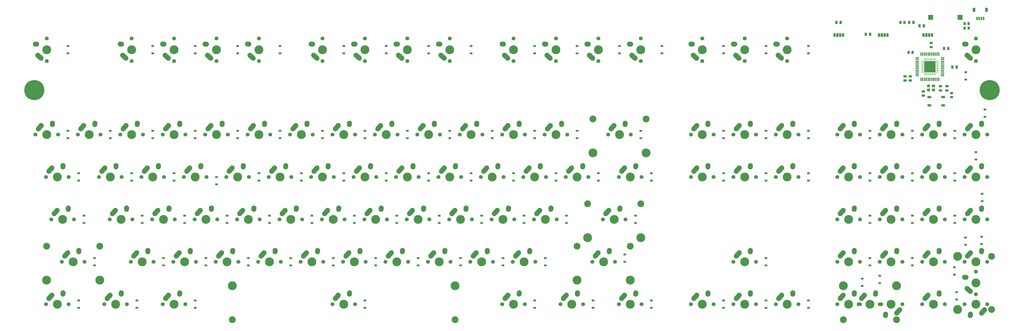
<source format=gbr>
%TF.GenerationSoftware,KiCad,Pcbnew,(6.99.0-3429-gce3fe46751)*%
%TF.CreationDate,2022-10-04T12:52:18+02:00*%
%TF.ProjectId,aek,61656b2e-6b69-4636-9164-5f7063625858,rev?*%
%TF.SameCoordinates,Original*%
%TF.FileFunction,Soldermask,Bot*%
%TF.FilePolarity,Negative*%
%FSLAX46Y46*%
G04 Gerber Fmt 4.6, Leading zero omitted, Abs format (unit mm)*
G04 Created by KiCad (PCBNEW (6.99.0-3429-gce3fe46751)) date 2022-10-04 12:52:18*
%MOMM*%
%LPD*%
G01*
G04 APERTURE LIST*
G04 Aperture macros list*
%AMRoundRect*
0 Rectangle with rounded corners*
0 $1 Rounding radius*
0 $2 $3 $4 $5 $6 $7 $8 $9 X,Y pos of 4 corners*
0 Add a 4 corners polygon primitive as box body*
4,1,4,$2,$3,$4,$5,$6,$7,$8,$9,$2,$3,0*
0 Add four circle primitives for the rounded corners*
1,1,$1+$1,$2,$3*
1,1,$1+$1,$4,$5*
1,1,$1+$1,$6,$7*
1,1,$1+$1,$8,$9*
0 Add four rect primitives between the rounded corners*
20,1,$1+$1,$2,$3,$4,$5,0*
20,1,$1+$1,$4,$5,$6,$7,0*
20,1,$1+$1,$6,$7,$8,$9,0*
20,1,$1+$1,$8,$9,$2,$3,0*%
%AMHorizOval*
0 Thick line with rounded ends*
0 $1 width*
0 $2 $3 position (X,Y) of the first rounded end (center of the circle)*
0 $4 $5 position (X,Y) of the second rounded end (center of the circle)*
0 Add line between two ends*
20,1,$1,$2,$3,$4,$5,0*
0 Add two circle primitives to create the rounded ends*
1,1,$1,$2,$3*
1,1,$1,$4,$5*%
G04 Aperture macros list end*
%ADD10O,1.070000X1.800000*%
%ADD11R,1.070000X1.800000*%
%ADD12C,9.000000*%
%ADD13C,1.750000*%
%ADD14C,3.987800*%
%ADD15HorizOval,2.250000X0.655001X0.730000X-0.655001X-0.730000X0*%
%ADD16C,2.250000*%
%ADD17HorizOval,2.250000X0.020000X0.290000X-0.020000X-0.290000X0*%
%ADD18C,3.048000*%
%ADD19HorizOval,2.250000X-0.730000X0.655001X0.730000X-0.655001X0*%
%ADD20HorizOval,2.250000X-0.290000X0.020000X0.290000X-0.020000X0*%
%ADD21HorizOval,2.250000X-0.655001X-0.730000X0.655001X0.730000X0*%
%ADD22HorizOval,2.250000X-0.020000X-0.290000X0.020000X0.290000X0*%
%ADD23R,1.200000X0.900000*%
%ADD24RoundRect,0.250000X0.250000X0.475000X-0.250000X0.475000X-0.250000X-0.475000X0.250000X-0.475000X0*%
%ADD25RoundRect,0.250000X-0.450000X0.262500X-0.450000X-0.262500X0.450000X-0.262500X0.450000X0.262500X0*%
%ADD26R,1.800000X1.100000*%
%ADD27RoundRect,0.250000X-0.475000X0.250000X-0.475000X-0.250000X0.475000X-0.250000X0.475000X0.250000X0*%
%ADD28RoundRect,0.250000X-0.250000X-0.475000X0.250000X-0.475000X0.250000X0.475000X-0.250000X0.475000X0*%
%ADD29RoundRect,0.250000X0.475000X-0.250000X0.475000X0.250000X-0.475000X0.250000X-0.475000X-0.250000X0*%
%ADD30RoundRect,0.150000X-0.150000X-0.625000X0.150000X-0.625000X0.150000X0.625000X-0.150000X0.625000X0*%
%ADD31RoundRect,0.250000X-0.350000X-0.650000X0.350000X-0.650000X0.350000X0.650000X-0.350000X0.650000X0*%
%ADD32RoundRect,0.250000X0.450000X-0.262500X0.450000X0.262500X-0.450000X0.262500X-0.450000X-0.262500X0*%
%ADD33RoundRect,0.250000X0.262500X0.450000X-0.262500X0.450000X-0.262500X-0.450000X0.262500X-0.450000X0*%
%ADD34R,1.500000X0.550000*%
%ADD35RoundRect,0.062500X0.475000X0.062500X-0.475000X0.062500X-0.475000X-0.062500X0.475000X-0.062500X0*%
%ADD36R,0.550000X1.500000*%
%ADD37RoundRect,0.062500X0.062500X0.475000X-0.062500X0.475000X-0.062500X-0.475000X0.062500X-0.475000X0*%
%ADD38R,5.200000X5.200000*%
%ADD39R,1.400000X1.200000*%
%ADD40RoundRect,0.250000X-0.262500X-0.450000X0.262500X-0.450000X0.262500X0.450000X-0.262500X0.450000X0*%
%ADD41R,2.200000X2.200000*%
G04 APERTURE END LIST*
D10*
%TO.C,LED1*%
X385538999Y-28015999D03*
X382998999Y-28015999D03*
D11*
X384268999Y-28015999D03*
D10*
X386808999Y-28015999D03*
%TD*%
%TO.C,LED2*%
X405538999Y-28015999D03*
X402998999Y-28015999D03*
D11*
X404268999Y-28015999D03*
D10*
X406808999Y-28015999D03*
%TD*%
%TO.C,LED3*%
X425538999Y-28015999D03*
X422998999Y-28015999D03*
D11*
X424268999Y-28015999D03*
D10*
X426808999Y-28015999D03*
%TD*%
D12*
%TO.C,H2*%
X452698000Y-52734000D03*
%TD*%
D13*
%TO.C,SW_0*%
X214757000Y-72707500D03*
D14*
X219837000Y-72707500D03*
D13*
X224917000Y-72707500D03*
D15*
X216682000Y-69437499D03*
D16*
X217337000Y-68707500D03*
D17*
X222356999Y-67917499D03*
D16*
X222377000Y-67627500D03*
%TD*%
D13*
%TO.C,SW_1*%
X43307000Y-72707500D03*
D14*
X48387000Y-72707500D03*
D13*
X53467000Y-72707500D03*
D15*
X45232000Y-69437499D03*
D16*
X45887000Y-68707500D03*
D17*
X50906999Y-67917499D03*
D16*
X50927000Y-67627500D03*
%TD*%
D13*
%TO.C,SW_2*%
X62357000Y-72707500D03*
D14*
X67437000Y-72707500D03*
D13*
X72517000Y-72707500D03*
D15*
X64282000Y-69437499D03*
D16*
X64937000Y-68707500D03*
D17*
X69956999Y-67917499D03*
D16*
X69977000Y-67627500D03*
%TD*%
D13*
%TO.C,SW_3*%
X81407000Y-72707500D03*
D14*
X86487000Y-72707500D03*
D13*
X91567000Y-72707500D03*
D15*
X83332000Y-69437499D03*
D16*
X83987000Y-68707500D03*
D17*
X89006999Y-67917499D03*
D16*
X89027000Y-67627500D03*
%TD*%
D13*
%TO.C,SW_6*%
X138557000Y-72707500D03*
D14*
X143637000Y-72707500D03*
D13*
X148717000Y-72707500D03*
D15*
X140482000Y-69437499D03*
D16*
X141137000Y-68707500D03*
D17*
X146156999Y-67917499D03*
D16*
X146177000Y-67627500D03*
%TD*%
D13*
%TO.C,SW_7*%
X157607000Y-72707500D03*
D14*
X162687000Y-72707500D03*
D13*
X167767000Y-72707500D03*
D15*
X159532000Y-69437499D03*
D16*
X160187000Y-68707500D03*
D17*
X165206999Y-67917499D03*
D16*
X165227000Y-67627500D03*
%TD*%
D13*
%TO.C,SW_8*%
X176657000Y-72707500D03*
D14*
X181737000Y-72707500D03*
D13*
X186817000Y-72707500D03*
D15*
X178582000Y-69437499D03*
D16*
X179237000Y-68707500D03*
D17*
X184256999Y-67917499D03*
D16*
X184277000Y-67627500D03*
%TD*%
D13*
%TO.C,SW_9*%
X195707000Y-72707500D03*
D14*
X200787000Y-72707500D03*
D13*
X205867000Y-72707500D03*
D15*
X197632000Y-69437499D03*
D16*
X198287000Y-68707500D03*
D17*
X203306999Y-67917499D03*
D16*
X203327000Y-67627500D03*
%TD*%
D13*
%TO.C,SW_A1*%
X57594500Y-110807500D03*
D14*
X62674500Y-110807500D03*
D13*
X67754500Y-110807500D03*
D15*
X59519500Y-107537499D03*
D16*
X60174500Y-106807500D03*
D17*
X65194499Y-106017499D03*
D16*
X65214500Y-105727500D03*
%TD*%
D13*
%TO.C,SW_APOS1*%
X248094500Y-110807500D03*
D14*
X253174500Y-110807500D03*
D13*
X258254500Y-110807500D03*
D15*
X250019500Y-107537499D03*
D16*
X250674500Y-106807500D03*
D17*
X255694499Y-106017499D03*
D16*
X255714500Y-105727500D03*
%TD*%
D13*
%TO.C,SW_B1*%
X143319500Y-129857500D03*
D14*
X148399500Y-129857500D03*
D13*
X153479500Y-129857500D03*
D15*
X145244500Y-126587499D03*
D16*
X145899500Y-125857500D03*
D17*
X150919499Y-125067499D03*
D16*
X150939500Y-124777500D03*
%TD*%
D18*
%TO.C,SW_BACKSP1*%
X274574000Y-65722500D03*
D14*
X274574000Y-80962500D03*
D13*
X281432000Y-72707500D03*
D14*
X286512000Y-72707500D03*
D13*
X291592000Y-72707500D03*
D18*
X298450000Y-65722500D03*
D14*
X298450000Y-80962500D03*
D15*
X283357000Y-69437499D03*
D16*
X284012000Y-68707500D03*
D17*
X289031999Y-67917499D03*
D16*
X289052000Y-67627500D03*
%TD*%
D13*
%TO.C,SW_BKSLS1*%
X286194500Y-91757500D03*
D14*
X291274500Y-91757500D03*
D13*
X296354500Y-91757500D03*
D15*
X288119500Y-88487499D03*
D16*
X288774500Y-87757500D03*
D17*
X293794499Y-86967499D03*
D16*
X293814500Y-86677500D03*
%TD*%
D13*
%TO.C,SW_C1*%
X105219500Y-129857500D03*
D14*
X110299500Y-129857500D03*
D13*
X115379500Y-129857500D03*
D15*
X107144500Y-126587499D03*
D16*
X107799500Y-125857500D03*
D17*
X112819499Y-125067499D03*
D16*
X112839500Y-124777500D03*
%TD*%
D13*
%TO.C,SW_CAP1*%
X31400750Y-110807500D03*
D14*
X36480750Y-110807500D03*
D13*
X41560750Y-110807500D03*
D15*
X33325750Y-107537499D03*
D16*
X33980750Y-106807500D03*
D17*
X39000749Y-106017499D03*
D16*
X39020750Y-105727500D03*
%TD*%
D13*
%TO.C,SW_COLON1*%
X229044500Y-110807500D03*
D14*
X234124500Y-110807500D03*
D13*
X239204500Y-110807500D03*
D15*
X230969500Y-107537499D03*
D16*
X231624500Y-106807500D03*
D17*
X236644499Y-106017499D03*
D16*
X236664500Y-105727500D03*
%TD*%
D13*
%TO.C,SW_COMMA1*%
X200469500Y-129857500D03*
D14*
X205549500Y-129857500D03*
D13*
X210629500Y-129857500D03*
D15*
X202394500Y-126587499D03*
D16*
X203049500Y-125857500D03*
D17*
X208069499Y-125067499D03*
D16*
X208089500Y-124777500D03*
%TD*%
D13*
%TO.C,SW_D1*%
X95694500Y-110807500D03*
D14*
X100774500Y-110807500D03*
D13*
X105854500Y-110807500D03*
D15*
X97619500Y-107537499D03*
D16*
X98274500Y-106807500D03*
D17*
X103294499Y-106017499D03*
D16*
X103314500Y-105727500D03*
%TD*%
D13*
%TO.C,SW_DEL1*%
X318579500Y-91757500D03*
D14*
X323659500Y-91757500D03*
D13*
X328739500Y-91757500D03*
D15*
X320504500Y-88487499D03*
D16*
X321159500Y-87757500D03*
D17*
X326179499Y-86967499D03*
D16*
X326199500Y-86677500D03*
%TD*%
D13*
%TO.C,SW_DOWN1*%
X337629500Y-148907500D03*
D14*
X342709500Y-148907500D03*
D13*
X347789500Y-148907500D03*
D15*
X339554500Y-145637499D03*
D16*
X340209500Y-144907500D03*
D17*
X345229499Y-144117499D03*
D16*
X345249500Y-143827500D03*
%TD*%
D13*
%TO.C,SW_E1*%
X90932000Y-91757500D03*
D14*
X96012000Y-91757500D03*
D13*
X101092000Y-91757500D03*
D15*
X92857000Y-88487499D03*
D16*
X93512000Y-87757500D03*
D17*
X98531999Y-86967499D03*
D16*
X98552000Y-86677500D03*
%TD*%
D13*
%TO.C,SW_END1*%
X337629500Y-91757500D03*
D14*
X342709500Y-91757500D03*
D13*
X347789500Y-91757500D03*
D15*
X339554500Y-88487499D03*
D16*
X340209500Y-87757500D03*
D17*
X345229499Y-86967499D03*
D16*
X345249500Y-86677500D03*
%TD*%
D18*
%TO.C,SW_ENTER1*%
X272192750Y-103822500D03*
D14*
X272192750Y-119062500D03*
D13*
X279050750Y-110807500D03*
D14*
X284130750Y-110807500D03*
D13*
X289210750Y-110807500D03*
D18*
X296068750Y-103822500D03*
D14*
X296068750Y-119062500D03*
D15*
X280975750Y-107537499D03*
D16*
X281630750Y-106807500D03*
D17*
X286650749Y-106017499D03*
D16*
X286670750Y-105727500D03*
%TD*%
D13*
%TO.C,SW_EQ1*%
X252857000Y-72707500D03*
D14*
X257937000Y-72707500D03*
D13*
X263017000Y-72707500D03*
D15*
X254782000Y-69437499D03*
D16*
X255437000Y-68707500D03*
D17*
X260456999Y-67917499D03*
D16*
X260477000Y-67627500D03*
%TD*%
D13*
%TO.C,SW_ESC1*%
X29337000Y-39687500D03*
D14*
X29337000Y-34607500D03*
D13*
X29337000Y-29527500D03*
D19*
X26066999Y-37762498D03*
D16*
X25337000Y-37107500D03*
D20*
X24546999Y-32087499D03*
D16*
X24257000Y-32067500D03*
%TD*%
D13*
%TO.C,SW_F1*%
X67437000Y-39687500D03*
D14*
X67437000Y-34607500D03*
D13*
X67437000Y-29527500D03*
D19*
X64166999Y-37762498D03*
D16*
X63437000Y-37107500D03*
D20*
X62646999Y-32087499D03*
D16*
X62357000Y-32067500D03*
%TD*%
D13*
%TO.C,SW_F2*%
X86487000Y-39687500D03*
D14*
X86487000Y-34607500D03*
D13*
X86487000Y-29527500D03*
D19*
X83216999Y-37762498D03*
D16*
X82487000Y-37107500D03*
D20*
X81696999Y-32087499D03*
D16*
X81407000Y-32067500D03*
%TD*%
D13*
%TO.C,SW_F3*%
X105537000Y-39687500D03*
D14*
X105537000Y-34607500D03*
D13*
X105537000Y-29527500D03*
D19*
X102266999Y-37762498D03*
D16*
X101537000Y-37107500D03*
D20*
X100746999Y-32087499D03*
D16*
X100457000Y-32067500D03*
%TD*%
D13*
%TO.C,SW_F4*%
X124587000Y-39687500D03*
D14*
X124587000Y-34607500D03*
D13*
X124587000Y-29527500D03*
D19*
X121316999Y-37762498D03*
D16*
X120587000Y-37107500D03*
D20*
X119796999Y-32087499D03*
D16*
X119507000Y-32067500D03*
%TD*%
D13*
%TO.C,SW_F5*%
X153162000Y-39687500D03*
D14*
X153162000Y-34607500D03*
D13*
X153162000Y-29527500D03*
D19*
X149891999Y-37762498D03*
D16*
X149162000Y-37107500D03*
D20*
X148371999Y-32087499D03*
D16*
X148082000Y-32067500D03*
%TD*%
D13*
%TO.C,SW_F6*%
X172212000Y-39687500D03*
D14*
X172212000Y-34607500D03*
D13*
X172212000Y-29527500D03*
D19*
X168941999Y-37762498D03*
D16*
X168212000Y-37107500D03*
D20*
X167421999Y-32087499D03*
D16*
X167132000Y-32067500D03*
%TD*%
D13*
%TO.C,SW_F7*%
X191262000Y-39687500D03*
D14*
X191262000Y-34607500D03*
D13*
X191262000Y-29527500D03*
D19*
X187991999Y-37762498D03*
D16*
X187262000Y-37107500D03*
D20*
X186471999Y-32087499D03*
D16*
X186182000Y-32067500D03*
%TD*%
D13*
%TO.C,SW_F8*%
X210312000Y-39687500D03*
D14*
X210312000Y-34607500D03*
D13*
X210312000Y-29527500D03*
D19*
X207041999Y-37762498D03*
D16*
X206312000Y-37107500D03*
D20*
X205521999Y-32087499D03*
D16*
X205232000Y-32067500D03*
%TD*%
D13*
%TO.C,SW_F9*%
X238887000Y-39687500D03*
D14*
X238887000Y-34607500D03*
D13*
X238887000Y-29527500D03*
D19*
X235616999Y-37762498D03*
D16*
X234887000Y-37107500D03*
D20*
X234096999Y-32087499D03*
D16*
X233807000Y-32067500D03*
%TD*%
D13*
%TO.C,SW_F10*%
X257937000Y-39687500D03*
D14*
X257937000Y-34607500D03*
D13*
X257937000Y-29527500D03*
D19*
X254666999Y-37762498D03*
D16*
X253937000Y-37107500D03*
D20*
X253146999Y-32087499D03*
D16*
X252857000Y-32067500D03*
%TD*%
D13*
%TO.C,SW_F11*%
X276987000Y-39687500D03*
D14*
X276987000Y-34607500D03*
D13*
X276987000Y-29527500D03*
D19*
X273716999Y-37762498D03*
D16*
X272987000Y-37107500D03*
D20*
X272196999Y-32087499D03*
D16*
X271907000Y-32067500D03*
%TD*%
D13*
%TO.C,SW_F12*%
X296037000Y-39687500D03*
D14*
X296037000Y-34607500D03*
D13*
X296037000Y-29527500D03*
D19*
X292766999Y-37762498D03*
D16*
X292037000Y-37107500D03*
D20*
X291246999Y-32087499D03*
D16*
X290957000Y-32067500D03*
%TD*%
D13*
%TO.C,SW_F13*%
X114744500Y-110807500D03*
D14*
X119824500Y-110807500D03*
D13*
X124904500Y-110807500D03*
D15*
X116669500Y-107537499D03*
D16*
X117324500Y-106807500D03*
D17*
X122344499Y-106017499D03*
D16*
X122364500Y-105727500D03*
%TD*%
D13*
%TO.C,SW_G1*%
X133794500Y-110807500D03*
D14*
X138874500Y-110807500D03*
D13*
X143954500Y-110807500D03*
D15*
X135719500Y-107537499D03*
D16*
X136374500Y-106807500D03*
D17*
X141394499Y-106017499D03*
D16*
X141414500Y-105727500D03*
%TD*%
D13*
%TO.C,SW_H1*%
X152844500Y-110807500D03*
D14*
X157924500Y-110807500D03*
D13*
X163004500Y-110807500D03*
D15*
X154769500Y-107537499D03*
D16*
X155424500Y-106807500D03*
D17*
X160444499Y-106017499D03*
D16*
X160464500Y-105727500D03*
%TD*%
D13*
%TO.C,SW_HOME1*%
X337629500Y-72707500D03*
D14*
X342709500Y-72707500D03*
D13*
X347789500Y-72707500D03*
D15*
X339554500Y-69437499D03*
D16*
X340209500Y-68707500D03*
D17*
X345229499Y-67917499D03*
D16*
X345249500Y-67627500D03*
%TD*%
D13*
%TO.C,SW_I1*%
X186182000Y-91757500D03*
D14*
X191262000Y-91757500D03*
D13*
X196342000Y-91757500D03*
D15*
X188107000Y-88487499D03*
D16*
X188762000Y-87757500D03*
D17*
X193781999Y-86967499D03*
D16*
X193802000Y-86677500D03*
%TD*%
D13*
%TO.C,SW_INS1*%
X318579500Y-72707500D03*
D14*
X323659500Y-72707500D03*
D13*
X328739500Y-72707500D03*
D15*
X320504500Y-69437499D03*
D16*
X321159500Y-68707500D03*
D17*
X326179499Y-67917499D03*
D16*
X326199500Y-67627500D03*
%TD*%
D13*
%TO.C,SW_J1*%
X171894500Y-110807500D03*
D14*
X176974500Y-110807500D03*
D13*
X182054500Y-110807500D03*
D15*
X173819500Y-107537499D03*
D16*
X174474500Y-106807500D03*
D17*
X179494499Y-106017499D03*
D16*
X179514500Y-105727500D03*
%TD*%
D13*
%TO.C,SW_K1*%
X190944500Y-110807500D03*
D14*
X196024500Y-110807500D03*
D13*
X201104500Y-110807500D03*
D15*
X192869500Y-107537499D03*
D16*
X193524500Y-106807500D03*
D17*
X198544499Y-106017499D03*
D16*
X198564500Y-105727500D03*
%TD*%
D14*
%TO.C,SW_KP0*%
X386969000Y-140652500D03*
D18*
X386969000Y-155892500D03*
D13*
X393827000Y-148907500D03*
D14*
X398907000Y-148907500D03*
D13*
X403987000Y-148907500D03*
D14*
X410845000Y-140652500D03*
D18*
X410845000Y-155892500D03*
D15*
X395752000Y-145637499D03*
D16*
X396407000Y-144907500D03*
D17*
X401426999Y-144117499D03*
D16*
X401447000Y-143827500D03*
%TD*%
D13*
%TO.C,SW_KP1*%
X384302000Y-129857500D03*
D14*
X389382000Y-129857500D03*
D13*
X394462000Y-129857500D03*
D15*
X386227000Y-126587499D03*
D16*
X386882000Y-125857500D03*
D17*
X391901999Y-125067499D03*
D16*
X391922000Y-124777500D03*
%TD*%
D13*
%TO.C,SW_KP2*%
X403352000Y-129857500D03*
D14*
X408432000Y-129857500D03*
D13*
X413512000Y-129857500D03*
D15*
X405277000Y-126587499D03*
D16*
X405932000Y-125857500D03*
D17*
X410951999Y-125067499D03*
D16*
X410972000Y-124777500D03*
%TD*%
D13*
%TO.C,SW_KP3*%
X422402000Y-129857500D03*
D14*
X427482000Y-129857500D03*
D13*
X432562000Y-129857500D03*
D15*
X424327000Y-126587499D03*
D16*
X424982000Y-125857500D03*
D17*
X430001999Y-125067499D03*
D16*
X430022000Y-124777500D03*
%TD*%
D13*
%TO.C,SW_KP4*%
X384302000Y-110807500D03*
D14*
X389382000Y-110807500D03*
D13*
X394462000Y-110807500D03*
D15*
X386227000Y-107537499D03*
D16*
X386882000Y-106807500D03*
D17*
X391901999Y-106017499D03*
D16*
X391922000Y-105727500D03*
%TD*%
D13*
%TO.C,SW_KP5*%
X403352000Y-110807500D03*
D14*
X408432000Y-110807500D03*
D13*
X413512000Y-110807500D03*
D15*
X405277000Y-107537499D03*
D16*
X405932000Y-106807500D03*
D17*
X410951999Y-106017499D03*
D16*
X410972000Y-105727500D03*
%TD*%
D13*
%TO.C,SW_KP6*%
X422402000Y-110807500D03*
D14*
X427482000Y-110807500D03*
D13*
X432562000Y-110807500D03*
D15*
X424327000Y-107537499D03*
D16*
X424982000Y-106807500D03*
D17*
X430001999Y-106017499D03*
D16*
X430022000Y-105727500D03*
%TD*%
D13*
%TO.C,SW_KP7*%
X384302000Y-91757500D03*
D14*
X389382000Y-91757500D03*
D13*
X394462000Y-91757500D03*
D15*
X386227000Y-88487499D03*
D16*
X386882000Y-87757500D03*
D17*
X391901999Y-86967499D03*
D16*
X391922000Y-86677500D03*
%TD*%
D13*
%TO.C,SW_KP8*%
X403352000Y-91757500D03*
D14*
X408432000Y-91757500D03*
D13*
X413512000Y-91757500D03*
D15*
X405277000Y-88487499D03*
D16*
X405932000Y-87757500D03*
D17*
X410951999Y-86967499D03*
D16*
X410972000Y-86677500D03*
%TD*%
D13*
%TO.C,SW_KP9*%
X422402000Y-91757500D03*
D14*
X427482000Y-91757500D03*
D13*
X432562000Y-91757500D03*
D15*
X424327000Y-88487499D03*
D16*
X424982000Y-87757500D03*
D17*
X430001999Y-86967499D03*
D16*
X430022000Y-86677500D03*
%TD*%
D13*
%TO.C,SW_KPASTR1*%
X441452000Y-72707500D03*
D14*
X446532000Y-72707500D03*
D13*
X451612000Y-72707500D03*
D15*
X443377000Y-69437499D03*
D16*
X444032000Y-68707500D03*
D17*
X449051999Y-67917499D03*
D16*
X449072000Y-67627500D03*
%TD*%
D14*
%TO.C,SW_KPENTER1*%
X438277000Y-151320500D03*
D18*
X453517000Y-151320500D03*
D13*
X446532000Y-144462500D03*
D14*
X446532000Y-139382500D03*
D13*
X446532000Y-134302500D03*
D14*
X438277000Y-127444500D03*
D18*
X453517000Y-127444500D03*
D19*
X443261999Y-142537498D03*
D16*
X442532000Y-141882500D03*
D20*
X441741999Y-136862499D03*
D16*
X441452000Y-136842500D03*
%TD*%
D13*
%TO.C,SW_KPEQ1*%
X403352000Y-72707500D03*
D14*
X408432000Y-72707500D03*
D13*
X413512000Y-72707500D03*
D15*
X405277000Y-69437499D03*
D16*
X405932000Y-68707500D03*
D17*
X410951999Y-67917499D03*
D16*
X410972000Y-67627500D03*
%TD*%
D13*
%TO.C,SW_KPMINUS1*%
X441452000Y-91757500D03*
D14*
X446532000Y-91757500D03*
D13*
X451612000Y-91757500D03*
D15*
X443377000Y-88487499D03*
D16*
X444032000Y-87757500D03*
D17*
X449051999Y-86967499D03*
D16*
X449072000Y-86677500D03*
%TD*%
D13*
%TO.C,SW_KPPER1*%
X422402000Y-148907500D03*
D14*
X427482000Y-148907500D03*
D13*
X432562000Y-148907500D03*
D15*
X424327000Y-145637499D03*
D16*
X424982000Y-144907500D03*
D17*
X430001999Y-144117499D03*
D16*
X430022000Y-143827500D03*
%TD*%
D13*
%TO.C,SW_KPPLUS1*%
X441452000Y-110807500D03*
D14*
X446532000Y-110807500D03*
D13*
X451612000Y-110807500D03*
D15*
X443377000Y-107537499D03*
D16*
X444032000Y-106807500D03*
D17*
X449051999Y-106017499D03*
D16*
X449072000Y-105727500D03*
%TD*%
D13*
%TO.C,SW_L1*%
X209994500Y-110807500D03*
D14*
X215074500Y-110807500D03*
D13*
X220154500Y-110807500D03*
D15*
X211919500Y-107537499D03*
D16*
X212574500Y-106807500D03*
D17*
X217594499Y-106017499D03*
D16*
X217614500Y-105727500D03*
%TD*%
D13*
%TO.C,SW_LALT1*%
X81407000Y-148907500D03*
D14*
X86487000Y-148907500D03*
D13*
X91567000Y-148907500D03*
D15*
X83332000Y-145637499D03*
D16*
X83987000Y-144907500D03*
D17*
X89006999Y-144117499D03*
D16*
X89027000Y-143827500D03*
%TD*%
D13*
%TO.C,SW_LBRAC1*%
X243332000Y-91757500D03*
D14*
X248412000Y-91757500D03*
D13*
X253492000Y-91757500D03*
D15*
X245257000Y-88487499D03*
D16*
X245912000Y-87757500D03*
D17*
X250931999Y-86967499D03*
D16*
X250952000Y-86677500D03*
%TD*%
D13*
%TO.C,SW_LCTR1*%
X29019500Y-148907500D03*
D14*
X34099500Y-148907500D03*
D13*
X39179500Y-148907500D03*
D15*
X30944500Y-145637499D03*
D16*
X31599500Y-144907500D03*
D17*
X36619499Y-144117499D03*
D16*
X36639500Y-143827500D03*
%TD*%
D13*
%TO.C,SW_LEFT1*%
X318579500Y-148907500D03*
D14*
X323659500Y-148907500D03*
D13*
X328739500Y-148907500D03*
D15*
X320504500Y-145637499D03*
D16*
X321159500Y-144907500D03*
D17*
X326179499Y-144117499D03*
D16*
X326199500Y-143827500D03*
%TD*%
D13*
%TO.C,SW_LMOD1*%
X55213250Y-148907500D03*
D14*
X60293250Y-148907500D03*
D13*
X65373250Y-148907500D03*
D15*
X57138250Y-145637499D03*
D16*
X57793250Y-144907500D03*
D17*
X62813249Y-144117499D03*
D16*
X62833250Y-143827500D03*
%TD*%
D18*
%TO.C,SW_LSH1*%
X29305250Y-122872500D03*
D14*
X29305250Y-138112500D03*
D13*
X36163250Y-129857500D03*
D14*
X41243250Y-129857500D03*
D13*
X46323250Y-129857500D03*
D18*
X53181250Y-122872500D03*
D14*
X53181250Y-138112500D03*
D15*
X38088250Y-126587499D03*
D16*
X38743250Y-125857500D03*
D17*
X43763249Y-125067499D03*
D16*
X43783250Y-124777500D03*
%TD*%
D13*
%TO.C,SW_M1*%
X181419500Y-129857500D03*
D14*
X186499500Y-129857500D03*
D13*
X191579500Y-129857500D03*
D15*
X183344500Y-126587499D03*
D16*
X183999500Y-125857500D03*
D17*
X189019499Y-125067499D03*
D16*
X189039500Y-124777500D03*
%TD*%
D13*
%TO.C,SW_MINUS1*%
X233807000Y-72707500D03*
D14*
X238887000Y-72707500D03*
D13*
X243967000Y-72707500D03*
D15*
X235732000Y-69437499D03*
D16*
X236387000Y-68707500D03*
D17*
X241406999Y-67917499D03*
D16*
X241427000Y-67627500D03*
%TD*%
D13*
%TO.C,SW_N1*%
X162369500Y-129857500D03*
D14*
X167449500Y-129857500D03*
D13*
X172529500Y-129857500D03*
D15*
X164294500Y-126587499D03*
D16*
X164949500Y-125857500D03*
D17*
X169969499Y-125067499D03*
D16*
X169989500Y-124777500D03*
%TD*%
D13*
%TO.C,SW_O1*%
X205232000Y-91757500D03*
D14*
X210312000Y-91757500D03*
D13*
X215392000Y-91757500D03*
D15*
X207157000Y-88487499D03*
D16*
X207812000Y-87757500D03*
D17*
X212831999Y-86967499D03*
D16*
X212852000Y-86677500D03*
%TD*%
D13*
%TO.C,SW_P1*%
X224282000Y-91757500D03*
D14*
X229362000Y-91757500D03*
D13*
X234442000Y-91757500D03*
D15*
X226207000Y-88487499D03*
D16*
X226862000Y-87757500D03*
D17*
X231881999Y-86967499D03*
D16*
X231902000Y-86677500D03*
%TD*%
D13*
%TO.C,SW_PAUSE1*%
X361759500Y-39687500D03*
D14*
X361759500Y-34607500D03*
D13*
X361759500Y-29527500D03*
D19*
X358489499Y-37762498D03*
D16*
X357759500Y-37107500D03*
D20*
X356969499Y-32087499D03*
D16*
X356679500Y-32067500D03*
%TD*%
D13*
%TO.C,SW_PERIOD1*%
X219519500Y-129857500D03*
D14*
X224599500Y-129857500D03*
D13*
X229679500Y-129857500D03*
D15*
X221444500Y-126587499D03*
D16*
X222099500Y-125857500D03*
D17*
X227119499Y-125067499D03*
D16*
X227139500Y-124777500D03*
%TD*%
D13*
%TO.C,SW_PGDN1*%
X356679500Y-91757500D03*
D14*
X361759500Y-91757500D03*
D13*
X366839500Y-91757500D03*
D15*
X358604500Y-88487499D03*
D16*
X359259500Y-87757500D03*
D17*
X364279499Y-86967499D03*
D16*
X364299500Y-86677500D03*
%TD*%
D13*
%TO.C,SW_PGUP1*%
X356679500Y-72707500D03*
D14*
X361759500Y-72707500D03*
D13*
X366839500Y-72707500D03*
D15*
X358604500Y-69437499D03*
D16*
X359259500Y-68707500D03*
D17*
X364279499Y-67917499D03*
D16*
X364299500Y-67627500D03*
%TD*%
D13*
%TO.C,SW_POW1*%
X446532000Y-39687500D03*
D14*
X446532000Y-34607500D03*
D13*
X446532000Y-29527500D03*
D19*
X443261999Y-37762498D03*
D16*
X442532000Y-37107500D03*
D20*
X441741999Y-32087499D03*
D16*
X441452000Y-32067500D03*
%TD*%
D13*
%TO.C,SW_PRSC1*%
X323659500Y-39687500D03*
D14*
X323659500Y-34607500D03*
D13*
X323659500Y-29527500D03*
D19*
X320389499Y-37762498D03*
D16*
X319659500Y-37107500D03*
D20*
X318869499Y-32087499D03*
D16*
X318579500Y-32067500D03*
%TD*%
D13*
%TO.C,SW_Q1*%
X52832000Y-91757500D03*
D14*
X57912000Y-91757500D03*
D13*
X62992000Y-91757500D03*
D15*
X54757000Y-88487499D03*
D16*
X55412000Y-87757500D03*
D17*
X60431999Y-86967499D03*
D16*
X60452000Y-86677500D03*
%TD*%
D13*
%TO.C,SW_R1*%
X109982000Y-91757500D03*
D14*
X115062000Y-91757500D03*
D13*
X120142000Y-91757500D03*
D15*
X111907000Y-88487499D03*
D16*
X112562000Y-87757500D03*
D17*
X117581999Y-86967499D03*
D16*
X117602000Y-86677500D03*
%TD*%
D13*
%TO.C,SW_RALT1*%
X233807000Y-148907500D03*
D14*
X238887000Y-148907500D03*
D13*
X243967000Y-148907500D03*
D15*
X235732000Y-145637499D03*
D16*
X236387000Y-144907500D03*
D17*
X241406999Y-144117499D03*
D16*
X241427000Y-143827500D03*
%TD*%
D13*
%TO.C,SW_RBRAC1*%
X262382000Y-91757500D03*
D14*
X267462000Y-91757500D03*
D13*
X272542000Y-91757500D03*
D15*
X264307000Y-88487499D03*
D16*
X264962000Y-87757500D03*
D17*
X269981999Y-86967499D03*
D16*
X270002000Y-86677500D03*
%TD*%
D13*
%TO.C,SW_RCTR1*%
X286194500Y-148907500D03*
D14*
X291274500Y-148907500D03*
D13*
X296354500Y-148907500D03*
D15*
X288119500Y-145637499D03*
D16*
X288774500Y-144907500D03*
D17*
X293794499Y-144117499D03*
D16*
X293814500Y-143827500D03*
%TD*%
D13*
%TO.C,SW_RIGHT1*%
X356679500Y-148907500D03*
D14*
X361759500Y-148907500D03*
D13*
X366839500Y-148907500D03*
D15*
X358604500Y-145637499D03*
D16*
X359259500Y-144907500D03*
D17*
X364279499Y-144117499D03*
D16*
X364299500Y-143827500D03*
%TD*%
D13*
%TO.C,SW_RMOD1*%
X260000750Y-148907500D03*
D14*
X265080750Y-148907500D03*
D13*
X270160750Y-148907500D03*
D15*
X261925750Y-145637499D03*
D16*
X262580750Y-144907500D03*
D17*
X267600749Y-144117499D03*
D16*
X267620750Y-143827500D03*
%TD*%
D18*
%TO.C,SW_RSH1*%
X267430250Y-122872500D03*
D14*
X267430250Y-138112500D03*
D13*
X274288250Y-129857500D03*
D14*
X279368250Y-129857500D03*
D13*
X284448250Y-129857500D03*
D18*
X291306250Y-122872500D03*
D14*
X291306250Y-138112500D03*
D15*
X276213250Y-126587499D03*
D16*
X276868250Y-125857500D03*
D17*
X281888249Y-125067499D03*
D16*
X281908250Y-124777500D03*
%TD*%
D13*
%TO.C,SW_S1*%
X76644500Y-110807500D03*
D14*
X81724500Y-110807500D03*
D13*
X86804500Y-110807500D03*
D15*
X78569500Y-107537499D03*
D16*
X79224500Y-106807500D03*
D17*
X84244499Y-106017499D03*
D16*
X84264500Y-105727500D03*
%TD*%
D13*
%TO.C,SW_SCLK1*%
X342709500Y-39687500D03*
D14*
X342709500Y-34607500D03*
D13*
X342709500Y-29527500D03*
D19*
X339439499Y-37762498D03*
D16*
X338709500Y-37107500D03*
D20*
X337919499Y-32087499D03*
D16*
X337629500Y-32067500D03*
%TD*%
D13*
%TO.C,SW_SLASH1*%
X238569500Y-129857500D03*
D14*
X243649500Y-129857500D03*
D13*
X248729500Y-129857500D03*
D15*
X240494500Y-126587499D03*
D16*
X241149500Y-125857500D03*
D17*
X246169499Y-125067499D03*
D16*
X246189500Y-124777500D03*
%TD*%
D14*
%TO.C,SW_SPACE1*%
X112687100Y-140652500D03*
D18*
X112687100Y-155892500D03*
D13*
X157607000Y-148907500D03*
D14*
X162687000Y-148907500D03*
D13*
X167767000Y-148907500D03*
D14*
X212686900Y-140652500D03*
D18*
X212686900Y-155892500D03*
D15*
X159532000Y-145637499D03*
D16*
X160187000Y-144907500D03*
D17*
X165206999Y-144117499D03*
D16*
X165227000Y-143827500D03*
%TD*%
D13*
%TO.C,SW_T1*%
X129032000Y-91757500D03*
D14*
X134112000Y-91757500D03*
D13*
X139192000Y-91757500D03*
D15*
X130957000Y-88487499D03*
D16*
X131612000Y-87757500D03*
D17*
X136631999Y-86967499D03*
D16*
X136652000Y-86677500D03*
%TD*%
D13*
%TO.C,SW_TAB1*%
X29019500Y-91757500D03*
D14*
X34099500Y-91757500D03*
D13*
X39179500Y-91757500D03*
D15*
X30944500Y-88487499D03*
D16*
X31599500Y-87757500D03*
D17*
X36619499Y-86967499D03*
D16*
X36639500Y-86677500D03*
%TD*%
D13*
%TO.C,SW_TICK1*%
X24257000Y-72707500D03*
D14*
X29337000Y-72707500D03*
D13*
X34417000Y-72707500D03*
D15*
X26182000Y-69437499D03*
D16*
X26837000Y-68707500D03*
D17*
X31856999Y-67917499D03*
D16*
X31877000Y-67627500D03*
%TD*%
D13*
%TO.C,SW_U1*%
X167132000Y-91757500D03*
D14*
X172212000Y-91757500D03*
D13*
X177292000Y-91757500D03*
D15*
X169057000Y-88487499D03*
D16*
X169712000Y-87757500D03*
D17*
X174731999Y-86967499D03*
D16*
X174752000Y-86677500D03*
%TD*%
D13*
%TO.C,SW_UP1*%
X337629500Y-129857500D03*
D14*
X342709500Y-129857500D03*
D13*
X347789500Y-129857500D03*
D15*
X339554500Y-126587499D03*
D16*
X340209500Y-125857500D03*
D17*
X345229499Y-125067499D03*
D16*
X345249500Y-124777500D03*
%TD*%
D13*
%TO.C,SW_V1*%
X124269500Y-129857500D03*
D14*
X129349500Y-129857500D03*
D13*
X134429500Y-129857500D03*
D15*
X126194500Y-126587499D03*
D16*
X126849500Y-125857500D03*
D17*
X131869499Y-125067499D03*
D16*
X131889500Y-124777500D03*
%TD*%
D13*
%TO.C,SW_W1*%
X71882000Y-91757500D03*
D14*
X76962000Y-91757500D03*
D13*
X82042000Y-91757500D03*
D15*
X73807000Y-88487499D03*
D16*
X74462000Y-87757500D03*
D17*
X79481999Y-86967499D03*
D16*
X79502000Y-86677500D03*
%TD*%
D13*
%TO.C,SW_X1*%
X86169500Y-129857500D03*
D14*
X91249500Y-129857500D03*
D13*
X96329500Y-129857500D03*
D15*
X88094500Y-126587499D03*
D16*
X88749500Y-125857500D03*
D17*
X93769499Y-125067499D03*
D16*
X93789500Y-124777500D03*
%TD*%
D13*
%TO.C,SW_Y1*%
X148082000Y-91757500D03*
D14*
X153162000Y-91757500D03*
D13*
X158242000Y-91757500D03*
D15*
X150007000Y-88487499D03*
D16*
X150662000Y-87757500D03*
D17*
X155681999Y-86967499D03*
D16*
X155702000Y-86677500D03*
%TD*%
D13*
%TO.C,SW_Z1*%
X67119500Y-129857500D03*
D14*
X72199500Y-129857500D03*
D13*
X77279500Y-129857500D03*
D15*
X69044500Y-126587499D03*
D16*
X69699500Y-125857500D03*
D17*
X74719499Y-125067499D03*
D16*
X74739500Y-124777500D03*
%TD*%
D12*
%TO.C,H1*%
X23800000Y-52734000D03*
%TD*%
D13*
%TO.C,SW_4*%
X100457000Y-72707500D03*
D14*
X105537000Y-72707500D03*
D13*
X110617000Y-72707500D03*
D15*
X102382000Y-69437499D03*
D16*
X103037000Y-68707500D03*
D17*
X108056999Y-67917499D03*
D16*
X108077000Y-67627500D03*
%TD*%
D13*
%TO.C,SW_5*%
X119507000Y-72707500D03*
D14*
X124587000Y-72707500D03*
D13*
X129667000Y-72707500D03*
D15*
X121432000Y-69437499D03*
D16*
X122087000Y-68707500D03*
D17*
X127106999Y-67917499D03*
D16*
X127127000Y-67627500D03*
%TD*%
D13*
%TO.C,SW_NUMLK1*%
X384302000Y-72707500D03*
D14*
X389382000Y-72707500D03*
D13*
X394462000Y-72707500D03*
D15*
X386227000Y-69437499D03*
D16*
X386882000Y-68707500D03*
D17*
X391901999Y-67917499D03*
D16*
X391922000Y-67627500D03*
%TD*%
D13*
%TO.C,SW_KP0X1*%
X413512000Y-148907500D03*
D14*
X408432000Y-148907500D03*
D13*
X403352000Y-148907500D03*
D21*
X411586998Y-152177499D03*
D16*
X410932000Y-152907500D03*
D22*
X405911999Y-153697499D03*
D16*
X405892000Y-153987500D03*
%TD*%
D13*
%TO.C,SW_KPENTERALT1*%
X451612000Y-148907500D03*
D14*
X446532000Y-148907500D03*
D13*
X441452000Y-148907500D03*
D21*
X449686998Y-152177499D03*
D16*
X449032000Y-152907500D03*
D22*
X444011999Y-153697499D03*
D16*
X443992000Y-153987500D03*
%TD*%
D13*
%TO.C,SW_KPSLASH1*%
X422402000Y-72707500D03*
D14*
X427482000Y-72707500D03*
D13*
X432562000Y-72707500D03*
D15*
X424327000Y-69437499D03*
D16*
X424982000Y-68707500D03*
D17*
X430001999Y-67917499D03*
D16*
X430022000Y-67627500D03*
%TD*%
D13*
%TO.C,SW_KP0ALT1*%
X384302000Y-148907500D03*
D14*
X389382000Y-148907500D03*
D13*
X394462000Y-148907500D03*
D15*
X386227000Y-145637499D03*
D16*
X386882000Y-144907500D03*
D17*
X391901999Y-144117499D03*
D16*
X391922000Y-143827500D03*
%TD*%
D13*
%TO.C,SW_KPENTERX1*%
X441452000Y-129857500D03*
D14*
X446532000Y-129857500D03*
D13*
X451612000Y-129857500D03*
D15*
X443377000Y-126587499D03*
D16*
X444032000Y-125857500D03*
D17*
X449051999Y-125067499D03*
D16*
X449072000Y-124777500D03*
%TD*%
D23*
%TO.C,D16*%
X100774499Y-131507499D03*
X100774499Y-128207499D03*
%TD*%
D24*
%TO.C,C8*%
X398968000Y-27686000D03*
X397068000Y-27686000D03*
%TD*%
%TO.C,C9*%
X385760000Y-22352000D03*
X383860000Y-22352000D03*
%TD*%
%TO.C,C10*%
X423098000Y-23876000D03*
X421198000Y-23876000D03*
%TD*%
D25*
%TO.C,R1*%
X426466000Y-31599500D03*
X426466000Y-33424500D03*
%TD*%
D26*
%TO.C,SW1*%
X425599999Y-59579999D03*
X431799999Y-55879999D03*
X425599999Y-55879999D03*
X431799999Y-59579999D03*
%TD*%
D24*
%TO.C,C1*%
X434086000Y-34036000D03*
X432186000Y-34036000D03*
%TD*%
D27*
%TO.C,C2*%
X414686750Y-46548000D03*
X414686750Y-48448000D03*
%TD*%
%TO.C,C5*%
X417068000Y-46548000D03*
X417068000Y-48448000D03*
%TD*%
D28*
%TO.C,C6*%
X435930000Y-42418000D03*
X437830000Y-42418000D03*
%TD*%
D29*
%TO.C,C7*%
X433477000Y-52884500D03*
X433477000Y-50984500D03*
%TD*%
D23*
%TO.C,D1*%
X38861999Y-36257499D03*
X38861999Y-32957499D03*
%TD*%
%TO.C,D2*%
X38861999Y-74357499D03*
X38861999Y-71057499D03*
%TD*%
%TO.C,D3*%
X43624499Y-93407499D03*
X43624499Y-90107499D03*
%TD*%
%TO.C,D4*%
X46005749Y-112457499D03*
X46005749Y-109157499D03*
%TD*%
%TO.C,D5*%
X50768249Y-131507499D03*
X50768249Y-128207499D03*
%TD*%
%TO.C,D6*%
X43624499Y-150557499D03*
X43624499Y-147257499D03*
%TD*%
%TO.C,D7*%
X69818249Y-150557499D03*
X69818249Y-147257499D03*
%TD*%
%TO.C,D8*%
X81724499Y-131507499D03*
X81724499Y-128207499D03*
%TD*%
%TO.C,D9*%
X72199499Y-112457499D03*
X72199499Y-109157499D03*
%TD*%
%TO.C,D10*%
X67436999Y-93407499D03*
X67436999Y-90107499D03*
%TD*%
%TO.C,D11*%
X57911999Y-74357499D03*
X57911999Y-71057499D03*
%TD*%
%TO.C,D12*%
X76961999Y-36257499D03*
X76961999Y-32957499D03*
%TD*%
%TO.C,D13*%
X76961999Y-74357499D03*
X76961999Y-71057499D03*
%TD*%
%TO.C,D14*%
X86486999Y-93407499D03*
X86486999Y-90107499D03*
%TD*%
%TO.C,D15*%
X91249499Y-112457499D03*
X91249499Y-109157499D03*
%TD*%
%TO.C,D17*%
X96011999Y-150557499D03*
X96011999Y-147257499D03*
%TD*%
%TO.C,D18*%
X119824499Y-131507499D03*
X119824499Y-128207499D03*
%TD*%
%TO.C,D19*%
X110299499Y-112457499D03*
X110299499Y-109157499D03*
%TD*%
%TO.C,D20*%
X105536999Y-95057499D03*
X105536999Y-91757499D03*
%TD*%
%TO.C,D21*%
X96011999Y-74357499D03*
X96011999Y-71057499D03*
%TD*%
%TO.C,D22*%
X96011999Y-36257499D03*
X96011999Y-32957499D03*
%TD*%
%TO.C,D23*%
X115061999Y-36257499D03*
X115061999Y-32957499D03*
%TD*%
%TO.C,D24*%
X115061999Y-74357499D03*
X115061999Y-71057499D03*
%TD*%
%TO.C,D25*%
X124586999Y-93407499D03*
X124586999Y-90107499D03*
%TD*%
%TO.C,D26*%
X129349499Y-112457499D03*
X129349499Y-109157499D03*
%TD*%
%TO.C,D27*%
X138874499Y-131507499D03*
X138874499Y-128207499D03*
%TD*%
%TO.C,D28*%
X172211999Y-150557499D03*
X172211999Y-147257499D03*
%TD*%
%TO.C,D29*%
X157924499Y-131507499D03*
X157924499Y-128207499D03*
%TD*%
%TO.C,D30*%
X148399499Y-112457499D03*
X148399499Y-109157499D03*
%TD*%
%TO.C,D31*%
X143636999Y-93407499D03*
X143636999Y-90107499D03*
%TD*%
%TO.C,D32*%
X134111999Y-74357499D03*
X134111999Y-71057499D03*
%TD*%
%TO.C,D33*%
X134111999Y-36257499D03*
X134111999Y-32957499D03*
%TD*%
%TO.C,D34*%
X162686999Y-36257499D03*
X162686999Y-32957499D03*
%TD*%
%TO.C,D35*%
X153161999Y-74357499D03*
X153161999Y-71057499D03*
%TD*%
%TO.C,D36*%
X162686999Y-93407499D03*
X162686999Y-90107499D03*
%TD*%
%TO.C,D37*%
X167449499Y-112457499D03*
X167449499Y-109157499D03*
%TD*%
%TO.C,D38*%
X176974499Y-131507499D03*
X176974499Y-128207499D03*
%TD*%
%TO.C,D39*%
X196024499Y-131507499D03*
X196024499Y-128207499D03*
%TD*%
%TO.C,D40*%
X186499499Y-112457499D03*
X186499499Y-109157499D03*
%TD*%
%TO.C,D41*%
X181736999Y-93407499D03*
X181736999Y-90107499D03*
%TD*%
%TO.C,D42*%
X172211999Y-74357499D03*
X172211999Y-71057499D03*
%TD*%
%TO.C,D44*%
X181736999Y-36257499D03*
X181736999Y-32957499D03*
%TD*%
%TO.C,D45*%
X200786999Y-36257499D03*
X200786999Y-32957499D03*
%TD*%
%TO.C,D46*%
X191261999Y-74357499D03*
X191261999Y-71057499D03*
%TD*%
%TO.C,D47*%
X200786999Y-93407499D03*
X200786999Y-90107499D03*
%TD*%
%TO.C,D48*%
X205549499Y-112457499D03*
X205549499Y-109157499D03*
%TD*%
%TO.C,D49*%
X215074499Y-131507499D03*
X215074499Y-128207499D03*
%TD*%
%TO.C,D50*%
X248411999Y-150557499D03*
X248411999Y-147257499D03*
%TD*%
%TO.C,D51*%
X234124499Y-131507499D03*
X234124499Y-128207499D03*
%TD*%
%TO.C,D52*%
X224599499Y-112457499D03*
X224599499Y-109157499D03*
%TD*%
%TO.C,D53*%
X219836999Y-93407499D03*
X219836999Y-90107499D03*
%TD*%
%TO.C,D54*%
X210311999Y-74357499D03*
X210311999Y-71057499D03*
%TD*%
%TO.C,D55*%
X219836999Y-36257499D03*
X219836999Y-32957499D03*
%TD*%
%TO.C,D56*%
X248411999Y-36257499D03*
X248411999Y-32957499D03*
%TD*%
%TO.C,D57*%
X229361999Y-74357499D03*
X229361999Y-71057499D03*
%TD*%
%TO.C,D58*%
X238886999Y-93407499D03*
X238886999Y-90107499D03*
%TD*%
%TO.C,D59*%
X243649499Y-112457499D03*
X243649499Y-109157499D03*
%TD*%
%TO.C,D60*%
X253174499Y-131507499D03*
X253174499Y-128207499D03*
%TD*%
%TO.C,D61*%
X274605749Y-150557499D03*
X274605749Y-147257499D03*
%TD*%
%TO.C,D62*%
X288893249Y-129857499D03*
X288893249Y-126557499D03*
%TD*%
%TO.C,D63*%
X262699499Y-112457499D03*
X262699499Y-109157499D03*
%TD*%
%TO.C,D64*%
X257936999Y-93407499D03*
X257936999Y-90107499D03*
%TD*%
%TO.C,D65*%
X248411999Y-74357499D03*
X248411999Y-71057499D03*
%TD*%
%TO.C,D66*%
X267461999Y-36257499D03*
X267461999Y-32957499D03*
%TD*%
%TO.C,D67*%
X286511999Y-36257499D03*
X286511999Y-32957499D03*
%TD*%
%TO.C,D68*%
X267461999Y-74357499D03*
X267461999Y-71057499D03*
%TD*%
%TO.C,D69*%
X276986999Y-93407499D03*
X276986999Y-90107499D03*
%TD*%
%TO.C,D70*%
X300799499Y-93407499D03*
X300799499Y-90107499D03*
%TD*%
%TO.C,D71*%
X293655749Y-112457499D03*
X293655749Y-109157499D03*
%TD*%
%TO.C,D72*%
X300799499Y-150557499D03*
X300799499Y-147257499D03*
%TD*%
%TO.C,D73*%
X333184499Y-150557499D03*
X333184499Y-147257499D03*
%TD*%
%TO.C,D74*%
X333184499Y-93407499D03*
X333184499Y-90107499D03*
%TD*%
%TO.C,D75*%
X333184499Y-74357499D03*
X333184499Y-71057499D03*
%TD*%
%TO.C,D76*%
X296036999Y-74357499D03*
X296036999Y-71057499D03*
%TD*%
%TO.C,D77*%
X305561999Y-36257499D03*
X305561999Y-32957499D03*
%TD*%
%TO.C,D78*%
X333184499Y-36257499D03*
X333184499Y-32957499D03*
%TD*%
%TO.C,D79*%
X352234499Y-74357499D03*
X352234499Y-71057499D03*
%TD*%
%TO.C,D80*%
X352234499Y-93407499D03*
X352234499Y-90107499D03*
%TD*%
%TO.C,D81*%
X352234499Y-131507499D03*
X352234499Y-128207499D03*
%TD*%
%TO.C,D82*%
X352234499Y-150557499D03*
X352234499Y-147257499D03*
%TD*%
%TO.C,D83*%
X371284499Y-150557499D03*
X371284499Y-147257499D03*
%TD*%
%TO.C,D84*%
X395477999Y-137415999D03*
X395477999Y-140715999D03*
%TD*%
%TO.C,D85*%
X398906999Y-131507499D03*
X398906999Y-128207499D03*
%TD*%
%TO.C,D86*%
X371284499Y-93407499D03*
X371284499Y-90107499D03*
%TD*%
%TO.C,D87*%
X371284499Y-74357499D03*
X371284499Y-71057499D03*
%TD*%
%TO.C,D88*%
X352234499Y-36257499D03*
X352234499Y-32957499D03*
%TD*%
%TO.C,D89*%
X371284499Y-36257499D03*
X371284499Y-32957499D03*
%TD*%
%TO.C,D90*%
X398906999Y-74357499D03*
X398906999Y-71057499D03*
%TD*%
%TO.C,D91*%
X398906999Y-93407499D03*
X398906999Y-90107499D03*
%TD*%
%TO.C,D92*%
X398906999Y-112457499D03*
X398906999Y-109157499D03*
%TD*%
%TO.C,D93*%
X417956999Y-131507499D03*
X417956999Y-128207499D03*
%TD*%
%TO.C,D94*%
X437895999Y-146809999D03*
X437895999Y-143509999D03*
%TD*%
%TO.C,D95*%
X436879999Y-135635999D03*
X436879999Y-132335999D03*
%TD*%
%TO.C,D96*%
X437006999Y-112457499D03*
X437006999Y-109157499D03*
%TD*%
%TO.C,D97*%
X417956999Y-112457499D03*
X417956999Y-109157499D03*
%TD*%
%TO.C,D99*%
X417956999Y-74357499D03*
X417956999Y-71057499D03*
%TD*%
%TO.C,D100*%
X441959999Y-48005999D03*
X441959999Y-44705999D03*
%TD*%
%TO.C,D101*%
X437006999Y-74357499D03*
X437006999Y-71057499D03*
%TD*%
%TO.C,D102*%
X437006999Y-93407499D03*
X437006999Y-90107499D03*
%TD*%
%TO.C,D103*%
X449325999Y-99313999D03*
X449325999Y-102613999D03*
%TD*%
%TO.C,D104*%
X441831999Y-122299999D03*
X441831999Y-118999999D03*
%TD*%
%TO.C,D109*%
X446531999Y-83882499D03*
X446531999Y-80582499D03*
%TD*%
%TO.C,D110*%
X450595999Y-64767999D03*
X450595999Y-61467999D03*
%TD*%
D30*
%TO.C,J1*%
X446975750Y-20550750D03*
X447975750Y-20550750D03*
X448975750Y-20550750D03*
X449975750Y-20550750D03*
D31*
X445675750Y-16675750D03*
X451275750Y-16675750D03*
%TD*%
D32*
%TO.C,R3*%
X435610000Y-55927000D03*
X435610000Y-54102000D03*
%TD*%
D33*
%TO.C,R4*%
X418084000Y-35814000D03*
X416259000Y-35814000D03*
%TD*%
D34*
%TO.C,U1*%
X431551999Y-38253249D03*
D35*
X429189500Y-39753250D03*
D34*
X431551999Y-39053249D03*
D35*
X429189500Y-40253250D03*
D34*
X431551999Y-39853249D03*
D35*
X429189500Y-40753250D03*
D34*
X431551999Y-40653249D03*
D35*
X429189500Y-41253250D03*
D34*
X431551999Y-41453249D03*
D35*
X429189500Y-41753250D03*
D34*
X431551999Y-42253249D03*
D35*
X429189500Y-42253250D03*
D34*
X431551999Y-43053249D03*
D35*
X429189500Y-42753250D03*
D34*
X431551999Y-43853249D03*
D35*
X429189500Y-43253250D03*
D34*
X431551999Y-44653249D03*
D35*
X429189500Y-43753250D03*
D34*
X431551999Y-45453249D03*
D35*
X429189500Y-44253250D03*
D34*
X431551999Y-46253249D03*
D35*
X429189500Y-44753250D03*
D36*
X429851999Y-47953249D03*
D37*
X428352000Y-45590750D03*
D36*
X429051999Y-47953249D03*
D37*
X427852000Y-45590750D03*
D36*
X428251999Y-47953249D03*
D37*
X427352000Y-45590750D03*
D36*
X427451999Y-47953249D03*
D37*
X426852000Y-45590750D03*
D36*
X426651999Y-47953249D03*
D37*
X426352000Y-45590750D03*
D36*
X425851999Y-47953249D03*
D37*
X425852000Y-45590750D03*
X425352000Y-45590750D03*
D36*
X425051999Y-47953249D03*
D37*
X424852000Y-45590750D03*
D36*
X424251999Y-47953249D03*
D37*
X424352000Y-45590750D03*
D36*
X423451999Y-47953249D03*
D37*
X423852000Y-45590750D03*
D36*
X422651999Y-47953249D03*
D37*
X423352000Y-45590750D03*
D36*
X421851999Y-47953249D03*
D35*
X422514500Y-44753250D03*
D34*
X420151999Y-46253249D03*
D35*
X422514500Y-44253250D03*
D34*
X420151999Y-45453249D03*
D35*
X422514500Y-43753250D03*
D34*
X420151999Y-44653249D03*
D35*
X422514500Y-43253250D03*
D34*
X420151999Y-43853249D03*
D35*
X422514500Y-42753250D03*
D34*
X420151999Y-43053249D03*
D35*
X422514500Y-42253250D03*
D34*
X420151999Y-42253249D03*
D35*
X422514500Y-41753250D03*
D34*
X420151999Y-41453249D03*
D35*
X422514500Y-41253250D03*
D34*
X420151999Y-40653249D03*
D35*
X422514500Y-40753250D03*
D34*
X420151999Y-39853249D03*
D35*
X422514500Y-40253250D03*
D34*
X420151999Y-39053249D03*
D35*
X422514500Y-39753250D03*
D34*
X420151999Y-38253249D03*
D37*
X423352000Y-38915750D03*
D36*
X421851999Y-36553249D03*
D37*
X423852000Y-38915750D03*
D36*
X422651999Y-36553249D03*
D37*
X424352000Y-38915750D03*
D36*
X423451999Y-36553249D03*
D37*
X424852000Y-38915750D03*
D36*
X424251999Y-36553249D03*
D37*
X425352000Y-38915750D03*
D36*
X425051999Y-36553249D03*
D37*
X425852000Y-38915750D03*
D36*
X425851999Y-36553249D03*
X426651999Y-36553249D03*
D37*
X426352000Y-38915750D03*
D36*
X427451999Y-36553249D03*
D37*
X426852000Y-38915750D03*
D36*
X428251999Y-36553249D03*
D37*
X427352000Y-38915750D03*
D36*
X429051999Y-36553249D03*
D37*
X427852000Y-38915750D03*
D36*
X429851999Y-36553249D03*
D37*
X428352000Y-38915750D03*
D38*
X425851999Y-42253249D03*
%TD*%
D39*
%TO.C,Y1*%
X425239499Y-50928249D03*
X427439499Y-50928249D03*
X427439499Y-52628249D03*
X425239499Y-52628249D03*
%TD*%
D27*
%TO.C,C3*%
X422910000Y-53340000D03*
X422910000Y-55240000D03*
%TD*%
D29*
%TO.C,C4*%
X430614500Y-52884500D03*
X430614500Y-50984500D03*
%TD*%
D23*
%TO.C,D98*%
X417956999Y-93407499D03*
X417956999Y-90107499D03*
%TD*%
%TO.C,D105*%
X449071999Y-118617999D03*
X449071999Y-121917999D03*
%TD*%
D28*
%TO.C,C11*%
X416560000Y-22352000D03*
X418460000Y-22352000D03*
%TD*%
D40*
%TO.C,R5*%
X441452000Y-24892000D03*
X443277000Y-24892000D03*
%TD*%
%TO.C,R2*%
X441405000Y-22860000D03*
X443230000Y-22860000D03*
%TD*%
D23*
%TO.C,D43*%
X403351999Y-136145999D03*
X403351999Y-139445999D03*
%TD*%
D40*
%TO.C,R6*%
X412599500Y-22352000D03*
X414424500Y-22352000D03*
%TD*%
D41*
%TO.C,BUZ1*%
X426215999Y-20065999D03*
X439415999Y-20065999D03*
%TD*%
M02*

</source>
